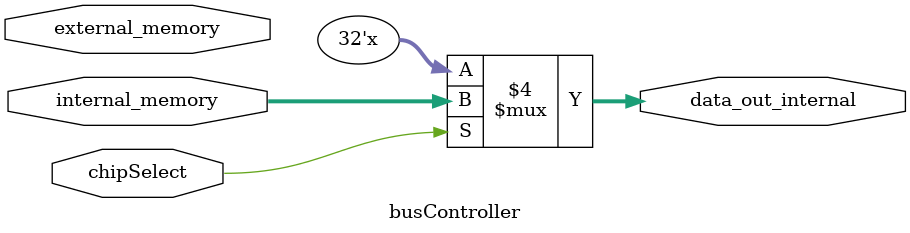
<source format=v>
module busController(

input chipSelect,
input [31:0]internal_memory,external_memory,
output reg [31:0] data_out_internal

);


always@(*)
begin
	if(chipSelect==1'b1)
	begin
	
		data_out_internal = internal_memory;
		
	end

	else
	begin

		data_out_internal = 32'bz;
		
	end
	
end

endmodule

</source>
